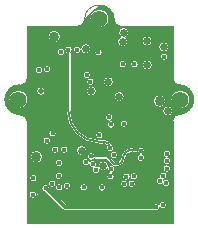
<source format=gbr>
G04 EasyPC Gerber Version 21.0.3 Build 4286 *
G04 #@! TF.Part,Single*
G04 #@! TF.FileFunction,Copper,L5,Inr *
G04 #@! TF.FilePolarity,Positive *
%FSLAX35Y35*%
%MOIN*%
%ADD10C,0.00001*%
%ADD18C,0.00600*%
%ADD70C,0.01200*%
G04 #@! TA.AperFunction,ViaPad*
%ADD12C,0.01700*%
%ADD14C,0.02000*%
%ADD13C,0.02600*%
%ADD15C,0.03400*%
G04 #@! TA.AperFunction,WasherPad*
%ADD11C,0.05500*%
X0Y0D02*
D02*
D10*
X63284Y41250D02*
G75*
G03X58284Y46250I-5000D01*
G01*
G75*
G02X56284Y48250J2000*
G01*
Y65750*
X38784*
G75*
G02X36784Y67750J2000*
G01*
G75*
G03X26784I-5000*
G01*
G75*
G02X24784Y65750I-2000*
G01*
X7784*
Y48250*
G75*
G02X5784Y46250I-2000*
G01*
X5284*
G75*
G03X250Y41216J-5034*
G01*
Y41216*
Y41215*
G75*
G03X5284Y36181I5034*
G01*
X5353*
G75*
G02X7784Y33750J-2431*
G01*
Y250*
X56284*
Y34250*
G75*
G02X58284Y36250I2000*
G01*
G75*
G03X63284Y41250J5000*
G01*
X42234Y53050D02*
G75*
G02X44734I1250D01*
G01*
G75*
G02X42234I-1250*
G01*
X45984Y60750D02*
G75*
G02X49384I1700D01*
G01*
G75*
G02X45984I-1700*
G01*
X46084Y52750D02*
G75*
G02X49484I1700D01*
G01*
G75*
G02X46084I-1700*
G01*
X49784Y40750D02*
G75*
G02X53984I2100D01*
G01*
G75*
G02X49784I-2100*
G01*
X53101Y14335D02*
G75*
G02X55234Y13450I883J-885D01*
G01*
G75*
G02X52767Y13165I-1250*
G01*
G75*
G02X50634Y14050I-883J885*
G01*
G75*
G02X51963Y15298I1250*
G01*
G75*
G02X51834Y15850I1121J552*
G01*
G75*
G02X54334I1250*
G01*
G75*
G02X53006Y14602I-1250*
G01*
G75*
G02X53101Y14335I-1120J-552*
G01*
X52884Y37450D02*
G75*
G02X56284I1700D01*
G01*
G75*
G02X52884I-1700*
G01*
X54284Y19500D02*
G75*
G02X55534Y18250J-1250D01*
G01*
G75*
G02X53034I-1250*
G01*
G75*
G02X54284Y19500I1250*
G01*
X53034Y23189D02*
G75*
G02X55534I1250D01*
G01*
G75*
G02X54559Y21969I-1250*
G01*
G75*
G02X55534Y20750I-275J-1219*
G01*
G75*
G02X54284Y19500I-1250*
G01*
G75*
G02X53034Y20750J1250*
G01*
G75*
G02X54009Y21969I1250*
G01*
G75*
G02X53034Y23189I275J1219*
G01*
X51584Y58750D02*
G75*
G02X54984I1700D01*
G01*
G75*
G02X51584I-1700*
G01*
X52134Y55550D02*
G75*
G02X54634I1250D01*
G01*
G75*
G02X52134I-1250*
G01*
X55634Y41250D02*
G75*
G02X61934I3150D01*
G01*
G75*
G02X55634I-3150*
G01*
X38184Y63550D02*
G75*
G02X41584I1700D01*
G01*
G75*
G02X40516Y61972I-1700*
G01*
G75*
G02X41284Y60550I-932J-1422*
G01*
G75*
G02X37884I-1700*
G01*
G75*
G02X38952Y62128I1700*
G01*
G75*
G02X38184Y63550I932J1422*
G01*
X38334Y53050D02*
G75*
G02X40834I1250D01*
G01*
G75*
G02X38334I-1250*
G01*
X38758Y45050D02*
G75*
G03X39384Y44424I827J201D01*
G01*
Y44016*
G75*
G02X38350Y45050I200J1234*
G01*
X38758*
X38350Y45450D02*
G75*
G02X39384Y46484I1234J-200D01*
G01*
Y46076*
G75*
G03X38758Y45450I201J-827*
G01*
X38350*
X40410Y45050D02*
X40818D01*
G75*
G02X39784Y44016I-1234J200*
G01*
Y44424*
G75*
G03X40410Y45050I-201J827*
G01*
X39784Y46484D02*
G75*
G02X40818Y45450I-200J-1234D01*
G01*
X40410*
G75*
G03X39784Y46076I-827J-201*
G01*
Y46484*
X28634Y68250D02*
G75*
G02X34934I3150D01*
G01*
G75*
G02X28634I-3150*
G01*
X30234Y56950D02*
G75*
G02X32734I1250D01*
G01*
G75*
G02X30234I-1250*
G01*
X33084Y47139D02*
G75*
G02X36484I1700D01*
G01*
G75*
G02X33084I-1700*
G01*
X35619Y34198D02*
G75*
G02X36934Y32950I65J-1248D01*
G01*
G75*
G02X34434I-1250*
G01*
G75*
G02X35149Y34080I1250*
G01*
G75*
G02X33834Y35328I-65J1248*
G01*
G75*
G02X36334I1250*
G01*
G75*
G02X35619Y34198I-1250*
G01*
X36684Y42250D02*
G75*
G02X40084I1700D01*
G01*
G75*
G02X36684I-1700*
G01*
X38734Y33250D02*
G75*
G02X41234I1250D01*
G01*
G75*
G02X38734I-1250*
G01*
X44834Y25250D02*
G75*
G02X46834Y24250I750J-1000D01*
G01*
G75*
G02X45934Y23050I-1250*
G01*
G75*
G02X46834Y21850I-350J-1200*
G01*
G75*
G02X44334I-1250*
G01*
G75*
G02X45234Y23050I1250*
G01*
G75*
G02X44400Y23850I350J1200*
G01*
X42884*
G75*
G03X40284Y21250J-2600*
G01*
Y21250*
G75*
G02X38084Y19050I-2200*
G01*
X36724*
G75*
G02X36459Y19102I-1J699*
G01*
G75*
G02X37034Y18050I-675J-1052*
G01*
G75*
G02X35948Y16811I-1250*
G01*
G75*
G02X36734Y15650I-464J-1161*
G01*
G75*
G02X34234I-1250*
G01*
G75*
G02X35320Y16889I1250*
G01*
G75*
G02X34534Y18050I464J1161*
G01*
G75*
G02X34561Y18308I1250J1*
G01*
G75*
G02X31924Y17907I-1477J842*
G01*
G75*
G02X31934Y17750I-1239J-157*
G01*
G75*
G02X29434I-1250*
G01*
G75*
G02X29687Y18504I1250*
G01*
G75*
G02X28337Y19675I-103J1246*
G01*
G75*
G02X26034Y20350I-1052J675*
G01*
G75*
G02X28532Y20425I1250*
G01*
G75*
G02X30834Y19750I1052J-675*
G01*
G75*
G02X30581Y18996I-1250*
G01*
G75*
G02X31431Y18752I103J-1246*
G01*
G75*
G02X31384Y19150I1653J398*
G01*
G75*
G02X34784I1700*
G01*
G75*
G02X34729Y18720I-1700J-1*
G01*
G75*
G02X36317Y19181I1055J-670*
G01*
G75*
G02X36230Y19255I407J567*
G01*
X33894Y21590*
X30120*
G75*
G02X27834Y22290I-1035J700*
G01*
G75*
G02X30120Y22990I1250*
G01*
X34184*
G75*
G02X34679Y22785I0J-698*
G01*
X37014Y20450*
X38084*
G75*
G03X38884Y21250J800*
G01*
Y21250*
G75*
G02X42884Y25250I4000*
G01*
X44834*
X42034Y15650D02*
G75*
G02X44534I1250D01*
G01*
G75*
G02X42034I-1250*
G01*
X40434Y14350D02*
G75*
G02X41334Y13150I-350J-1200D01*
G01*
G75*
G02X38834I-1250*
G01*
G75*
G02X40434Y14350I1250*
G01*
X39534Y15550D02*
G75*
G02X42034I1250D01*
G01*
G75*
G02X40434Y14350I-1250*
G01*
G75*
G02X39534Y15550I350J1200*
G01*
X41334Y13150D02*
G75*
G02X43834I1250D01*
G01*
G75*
G02X41334I-1250*
G01*
X31434Y11950D02*
G75*
G02X33934I1250D01*
G01*
G75*
G02X31434I-1250*
G01*
X10831Y9633D02*
G75*
G02X11784Y10384I1153J-483D01*
G01*
Y9976*
G75*
G03X11158Y9350I201J-827*
G01*
X10818*
G75*
G02X8334Y9550I-1234J200*
G01*
G75*
G02X10831Y9633I1250*
G01*
X11158Y8950D02*
G75*
G03X11784Y8324I827J201D01*
G01*
Y7916*
G75*
G02X10750Y8950I200J1234*
G01*
X11158*
X8534Y15050D02*
G75*
G02X11034I1250D01*
G01*
G75*
G02X8534I-1250*
G01*
X8684Y22150D02*
G75*
G02X12884I2100D01*
G01*
G75*
G02X8684I-2100*
G01*
X12810Y8950D02*
X13218D01*
G75*
G02X12184Y7916I-1234J200*
G01*
Y8324*
G75*
G03X12810Y8950I-201J827*
G01*
X12184Y10384D02*
G75*
G02X13218Y9350I-200J-1234D01*
G01*
X12810*
G75*
G03X12184Y9976I-827J-201*
G01*
Y10384*
X51639Y6157D02*
G75*
G02X54134Y6050I1245J-107D01*
G01*
G75*
G02X51930Y5243I-1250*
G01*
G75*
G02X49934Y4350I-1245J107*
G01*
X20184*
G75*
G02X19477Y4643I-1J998*
G01*
X13707Y10413*
G75*
G02X12634Y11650I177J1237*
G01*
G75*
G02X15122Y11827I1250*
G01*
X20598Y6350*
X49934*
G75*
G02X51639Y6157I750J-1000*
G01*
X10434Y51150D02*
G75*
G02X12934I1250D01*
G01*
G75*
G02X10434I-1250*
G01*
X10884Y44050D02*
G75*
G02X13684I1400D01*
G01*
G75*
G02X10884I-1400*
G01*
X13034Y27550D02*
G75*
G02X15534I1250D01*
G01*
G75*
G02X13034I-1250*
G01*
X14834Y13250D02*
G75*
G02X17334I1250D01*
G01*
G75*
G02X14834I-1250*
G01*
X17134Y11950D02*
G75*
G02X19634I1250D01*
G01*
G75*
G02X17134I-1250*
G01*
X13134Y51350D02*
G75*
G02X15634I1250D01*
G01*
G75*
G02X13134I-1250*
G01*
X14934Y29950D02*
G75*
G02X17434I1250D01*
G01*
G75*
G02X14934I-1250*
G01*
X15834Y24550D02*
G75*
G02X18334I1250D01*
G01*
G75*
G02X15834I-1250*
G01*
X17034Y15850D02*
G75*
G02X19534I1250D01*
G01*
G75*
G02X17034I-1250*
G01*
X17134Y20150D02*
G75*
G02X19634I1250D01*
G01*
G75*
G02X17134I-1250*
G01*
X14684Y62250D02*
G75*
G02X18884I2100D01*
G01*
G75*
G02X14684I-2100*
G01*
X17734Y57050D02*
G75*
G02X20234I1250D01*
G01*
G75*
G02X17734I-1250*
G01*
X18834Y24550D02*
G75*
G02X21334I1250D01*
G01*
G75*
G02X18834I-1250*
G01*
X19734Y12550D02*
G75*
G02X22234I1250D01*
G01*
G75*
G02X19734I-1250*
G01*
X35829Y26318D02*
G75*
G02X36634Y25150I-444J-1169D01*
G01*
G75*
G02X34134I-1250*
G01*
G75*
G02X34429Y25956I1250*
G01*
G75*
G03X33284Y26550I-1145J-807*
G01*
X31584*
G75*
G02X20784Y37350J10800*
G01*
Y56815*
G75*
G02X20234Y57850I700J1035*
G01*
G75*
G02X22734I1250*
G01*
G75*
G02X22184Y56815I-1250*
G01*
Y37350*
G75*
G03X31584Y27950I9400*
G01*
X33284*
G75*
G02X35829Y26318J-2800*
G01*
X35334Y22750D02*
G75*
G02X37834I1250D01*
G01*
G75*
G02X35334I-1250*
G01*
X24162Y24250D02*
G75*
G02X27562I1700D01*
G01*
G75*
G02X24162I-1700*
G01*
X25334Y11950D02*
G75*
G02X27834I1250D01*
G01*
G75*
G02X25334I-1250*
G01*
X25585Y58198D02*
G75*
G02X28984Y58150I1699J-48D01*
G01*
G75*
G02X25631Y57756I-1700*
G01*
G75*
G02X23134Y57850I-1246J94*
G01*
G75*
G02X25585Y58198I1250*
G01*
X26334Y49450D02*
G75*
G02X28834I1250D01*
G01*
G75*
G02X26334I-1250*
G01*
X27384Y44050D02*
G75*
G02X30784I1700D01*
G01*
G75*
G02X27384I-1700*
G01*
X30534Y29350D02*
G75*
G02X33034I1250D01*
G01*
G75*
G02X30534I-1250*
G01*
X27534Y47139D02*
G75*
G02X30034I1250D01*
G01*
G75*
G02X27534I-1250*
G01*
X1634Y41250D02*
G75*
G02X7934I3150D01*
G01*
G75*
G02X1634I-3150*
G01*
X56284Y8433D02*
G36*
X18515D01*
X20598Y6350*
X49934*
G75*
G02X51639Y6157I750J-1000*
G01*
G75*
G02X54134Y6050I1245J-107*
G01*
G75*
G02X51930Y5243I-1250*
G01*
G75*
G02X49934Y4350I-1245J107*
G01*
X20184*
G75*
G02X19477Y4643I-1J998*
G01*
X15687Y8433*
X13008*
G75*
G02X12184Y7916I-1024J717*
G01*
Y8324*
G75*
G03X12440Y8433I-201J827*
G01*
X11528*
G75*
G03X11784Y8324I457J718*
G01*
Y7916*
G75*
G02X10960Y8433I200J1234*
G01*
X10146*
G75*
G02X9023I-561J1117*
G01*
X7784*
Y250*
X56284*
Y8433*
G37*
Y9550D02*
G36*
X17398D01*
X18515Y8433*
X56284*
Y9550*
G37*
X8334D02*
G36*
X7784D01*
Y8433*
X9023*
G75*
G02X8334Y9550I561J1117*
G01*
G37*
X15687Y8433D02*
G36*
X14570Y9550D01*
X13169*
G75*
G02X13218Y9350I-1184J-400*
G01*
X12810*
G75*
G03X12734Y9550I-827J-201*
G01*
X11235*
G75*
G03X11158Y9350I751J-401*
G01*
X10818*
G75*
G02X10146Y8433I-1234J200*
G01*
X10960*
G75*
G02X10750Y8950I1024J717*
G01*
X11158*
G75*
G03X11528Y8433I827J201*
G01*
X12440*
G75*
G03X12810Y8950I-457J718*
G01*
X13218*
G75*
G02X13008Y8433I-1234J200*
G01*
X15687*
G37*
X56284Y13150D02*
G36*
X55198D01*
G75*
G02X52771I-1213J300*
G01*
X52752*
G75*
G02X51017I-868J900*
G01*
X43834*
G75*
G02X41334I-1250*
G01*
G75*
G02X38834I-1250*
G01*
X33034*
G75*
G02X33934Y11950I-350J-1200*
G01*
G75*
G02X31434I-1250*
G01*
G75*
G02X32334Y13150I1250*
G01*
X26934*
G75*
G02X27834Y11950I-350J-1200*
G01*
G75*
G02X25334I-1250*
G01*
G75*
G02X26234Y13150I1250*
G01*
X22081*
G75*
G02X22234Y12550I-1096J-600*
G01*
G75*
G02X19734I-1250*
G01*
G75*
G02X19888Y13150I1250J0*
G01*
X18734*
G75*
G02X19634Y11950I-350J-1200*
G01*
G75*
G02X17134I-1250*
G01*
G75*
G02X18034Y13150I1250*
G01*
X17330*
G75*
G02X14838I-1246J100*
G01*
X7784*
Y9550*
X8334*
G75*
G02X10831Y9633I1250*
G01*
G75*
G02X11784Y10384I1152J-482*
G01*
Y9976*
G75*
G03X11235Y9550I201J-827*
G01*
X12734*
G75*
G03X12184Y9976I-751J-401*
G01*
Y10384*
G75*
G02X13169Y9550I-200J-1234*
G01*
X14570*
X13707Y10413*
G75*
G02X12634Y11650I177J1237*
G01*
G75*
G02X15122Y11827I1250*
G01*
X17398Y9550*
X56284*
Y13150*
G37*
X50788Y14650D02*
G36*
X44034D01*
G75*
G02X42534I-750J1000*
G01*
X41652*
G75*
G02X40434Y14350I-867J900*
G01*
G75*
G02X39917Y14650I350J1200*
G01*
X36234*
G75*
G02X34734I-750J1000*
G01*
X18634*
G75*
G02X17934I-350J1200*
G01*
X10969*
G75*
G02X8600I-1184J400*
G01*
X7784*
Y13150*
X14838*
G75*
G02X14834Y13250I1246J99*
G01*
G75*
G02X17334I1250*
G01*
G75*
G02X17330Y13150I-1250J-1*
G01*
X18034*
G75*
G02X18734I350J-1200*
G01*
X19888*
G75*
G02X22081I1096J-600*
G01*
X26234*
G75*
G02X26934I350J-1200*
G01*
X32334*
G75*
G02X33034I350J-1200*
G01*
X38834*
G75*
G02X40434Y14350I1250*
G01*
G75*
G02X41334Y13150I-350J-1200*
G01*
G75*
G02X43834I1250*
G01*
X51017*
G75*
G02X50634Y14050I868J900*
G01*
G75*
G02X50788Y14650I1250J0*
G01*
G37*
X53633D02*
G36*
X53435D01*
G75*
G02X53006Y14602I-350J1200*
G01*
G75*
G02X53101Y14335I-1121J-552*
G01*
G75*
G02X53633Y14650I883J-885*
G01*
G37*
X52771Y13150D02*
G36*
G75*
G02X52767Y13165I1214J295D01*
G01*
G75*
G02X52752Y13150I-883J891*
G01*
X52771*
G37*
X56284Y14650D02*
G36*
X54335D01*
G75*
G02X55234Y13450I-351J-1200*
G01*
G75*
G02X55198Y13150I-1250J0*
G01*
X56284*
Y14650*
G37*
Y18250D02*
G36*
X55534D01*
G75*
G02X53034I-1250*
G01*
X37018*
G75*
G02X37034Y18050I-1233J-200*
G01*
Y18050*
Y18050*
G75*
G02X35948Y16811I-1250*
G01*
G75*
G02X36734Y15650I-463J-1161*
G01*
G75*
G02X36234Y14650I-1250*
G01*
X39917*
G75*
G02X39534Y15550I867J900*
G01*
G75*
G02X42034I1250*
G01*
G75*
G02X41652Y14650I-1250*
G01*
X42534*
G75*
G02X42034Y15650I750J1000*
G01*
G75*
G02X44534I1250*
G01*
G75*
G02X44034Y14650I-1250*
G01*
X50788*
G75*
G02X51963Y15298I1096J-600*
G01*
G75*
G02X51834Y15850I1124J553*
G01*
G75*
G02X54334I1250*
G01*
G75*
G02X53435Y14650I-1250*
G01*
X53633*
G75*
G02X54335I351J-1200*
G01*
X56284*
Y18250*
G37*
X34550D02*
G36*
X34526D01*
G75*
G02X31924Y17907I-1442J900*
G01*
G75*
G02X31934Y17753I-1198J-154*
G01*
G75*
G02Y17750I-1203J-2*
G01*
G75*
G02X29434I-1250*
G01*
Y17750*
G75*
G02X29539Y18250I1249*
G01*
X7784*
Y14650*
X8600*
G75*
G02X8534Y15050I1184J400*
G01*
G75*
G02X11034I1250*
G01*
G75*
G02X10969Y14650I-1250*
G01*
X17934*
G75*
G02X17034Y15850I350J1200*
G01*
G75*
G02X19534I1250*
G01*
G75*
G02X18634Y14650I-1250*
G01*
X34734*
G75*
G02X34234Y15650I750J1000*
G01*
Y15650*
G75*
G02X35320Y16889I1250*
G01*
G75*
G02X34534Y18050I463J1161*
G01*
Y18050*
G75*
G02X34550Y18250I1255J-1*
G01*
G37*
X56284Y20150D02*
G36*
X55381D01*
G75*
G02X54284Y19500I-1096J600*
G01*
G75*
G02X53188Y20150J1250*
G01*
X39990*
G75*
G02X38084Y19050I-1905J1100*
G01*
X36724*
G75*
G02X36459Y19102I-1J699*
G01*
G75*
G02X37018Y18250I-674J-1052*
G01*
X53034*
G75*
G02X54284Y19500I1250*
G01*
G75*
G02X55534Y18250J-1250*
G01*
X56284*
Y20150*
G37*
X31709D02*
G36*
X30769D01*
G75*
G02X30834Y19750I-1184J-400*
G01*
Y19750*
G75*
G02X30581Y18996I-1249*
G01*
G75*
G02X31431Y18752I104J-1245*
G01*
G75*
G02X31384Y19149I1647J397*
G01*
G75*
G02Y19150I2051J0*
G01*
G75*
G02X31709Y20150I1700*
G01*
G37*
X29539Y18250D02*
G36*
G75*
G02X29687Y18504I1145J-499D01*
G01*
G75*
G02X28337Y19675I-103J1246*
G01*
G75*
G02X26050Y20150I-1052J675*
G01*
X19634*
G75*
G02X17134I-1250*
G01*
X11424*
G75*
G02X10144I-640J2000*
G01*
X7784*
Y18250*
X29539*
G37*
X34550D02*
G36*
G75*
G02X34561Y18308I1238J-196D01*
G01*
G75*
G02X34526Y18250I-1477J839*
G01*
X34550*
G37*
X35335Y20150D02*
G36*
X34459D01*
G75*
G02X34784Y19150I-1375J-1000*
G01*
Y19150*
G75*
G02X34729Y18720I-1701*
G01*
G75*
G02X36317Y19181I1055J-670*
G01*
G75*
G02X36230Y19255I406J565*
G01*
X35335Y20150*
G37*
X8692Y21969D02*
G36*
X7784D01*
Y20150*
X10144*
G75*
G02X8692Y21969I640J2000*
G01*
G37*
X35335Y20150D02*
G36*
X33894Y21590D01*
X30120*
G75*
G02X27876Y21969I-1035J700*
G01*
X12876*
G75*
G02X11424Y20150I-2092J181*
G01*
X17134*
G75*
G02X19634I1250*
G01*
X26050*
G75*
G02X26034Y20350I1234J200*
G01*
G75*
G02X28532Y20425I1250*
G01*
G75*
G02X30769Y20150I1052J-675*
G01*
X31709*
G75*
G02X34459I1375J-1000*
G01*
X35335*
G37*
X38949Y21969D02*
G36*
X37561D01*
G75*
G02X35608I-976J781*
G01*
X35495*
X37014Y20450*
X38084*
G75*
G03X38884Y21250J800*
G01*
Y21250*
Y21250*
G75*
G02X38949Y21969I4000J1*
G01*
G37*
X53188Y20150D02*
G36*
G75*
G02X53034Y20750I1096J600D01*
G01*
G75*
G02X54009Y21969I1250J0*
G01*
X46829*
G75*
G02X46834Y21850I-1244J-117*
G01*
G75*
G02X44334I-1250*
G01*
G75*
G02X44340Y21969I1250J2*
G01*
X40386*
G75*
G03X40284Y21250I2499J-720*
G01*
Y21250*
Y21250*
G75*
G02X39990Y20150I-2200J0*
G01*
X53188*
G37*
X56284Y21969D02*
G36*
X54559D01*
G75*
G02X55534Y20750I-275J-1219*
G01*
Y20750*
G75*
G02X55381Y20150I-1250J0*
G01*
X56284*
Y21969*
G37*
X40624Y24550D02*
G36*
X36481D01*
G75*
G02X34288I-1096J600*
G01*
X27535*
G75*
G02X27562Y24250I-1673J-300*
G01*
G75*
G02X24162I-1700*
G01*
G75*
G02X24189Y24550I1700J0*
G01*
X21334*
G75*
G02X18834I-1250*
G01*
X18334*
G75*
G02X15834I-1250*
G01*
X7784*
Y21969*
X8692*
G75*
G02X8684Y22150I2093J182*
G01*
G75*
G02X12884I2100*
G01*
G75*
G02X12876Y21969I-2100J1*
G01*
X27876*
G75*
G02X27834Y22290I1207J320*
G01*
Y22290*
Y22291*
G75*
G02X30120Y22990I1250*
G01*
X34184*
G75*
G02X34679Y22785I0J-698*
G01*
X35495Y21969*
X35608*
G75*
G02X35334Y22750I976J780*
G01*
G75*
G02X37834I1250*
G01*
G75*
G02X37561Y21969I-1250J0*
G01*
X38949*
G75*
G02X40624Y24550I3935J-719*
G01*
G37*
X44340Y21969D02*
G36*
G75*
G02X45234Y23050I1244J-119D01*
G01*
G75*
G02X44400Y23850I350J1200*
G01*
X42884*
G75*
G03X40386Y21969I0J-2600*
G01*
X44340*
G37*
X56284Y24550D02*
G36*
X46798D01*
G75*
G02X46834Y24250I-1214J-300*
G01*
G75*
G02X45934Y23050I-1250*
G01*
G75*
G02X46829Y21969I-350J-1200*
G01*
X54009*
G75*
G02X53034Y23188I275J1219*
G01*
Y23189*
G75*
G02X55534I1250*
G01*
G75*
G02X54559Y21969I-1250J0*
G01*
X56284*
Y24550*
G37*
Y27550D02*
G36*
X34726D01*
G75*
G02X35829Y26318I-1442J-2400*
G01*
G75*
G02X36634Y25150I-444J-1168*
G01*
G75*
G02X36481Y24550I-1250J0*
G01*
X40624*
G75*
G02X42884Y25250I2260J-3300*
G01*
X44834*
G75*
G02X46798Y24550I750J-1000*
G01*
X56284*
Y27550*
G37*
X34288Y24550D02*
G36*
G75*
G02X34134Y25150I1096J600D01*
G01*
G75*
G02X34429Y25956I1250*
G01*
G75*
G03X33284Y26550I-1144J-806*
G01*
X31584*
G75*
G02X27046Y27550I1J10800*
G01*
X15534*
G75*
G02X13034I-1250*
G01*
X7784*
Y24550*
X15834*
G75*
G02X18334I1250*
G01*
X18834*
G75*
G02X21334I1250*
G01*
X24189*
G75*
G02X27535I1673J-300*
G01*
X34288*
G37*
X56284Y29950D02*
G36*
X32881D01*
G75*
G02X33034Y29350I-1096J-600*
G01*
G75*
G02X30534I-1250*
G01*
G75*
G02X30688Y29950I1250J0*
G01*
X25787*
G75*
G03X31584Y27950I5796J7400*
G01*
X33284*
G75*
G02X34726Y27550I0J-2799*
G01*
X56284*
Y29950*
G37*
X27046Y27550D02*
G36*
G75*
G02X23718Y29950I4539J9801D01*
G01*
X17434*
G75*
G02X14934I-1250*
G01*
X7784*
Y27550*
X13034*
G75*
G02X15534I1250*
G01*
X27046*
G37*
X23718Y29950D02*
G36*
G75*
G02X21273Y34139I7867J7400D01*
G01*
X7753*
G75*
G02X7784Y33750I-2400J-390*
G01*
Y29950*
X14934*
G75*
G02X17434I1250*
G01*
X23718*
G37*
X56284Y34139D02*
G36*
X40863D01*
G75*
G02X41234Y33250I-879J-889*
G01*
G75*
G02X38734I-1250*
G01*
G75*
G02X39106Y34139I1250*
G01*
X36070*
G75*
G02X36934Y32950I-386J-1189*
G01*
G75*
G02X34434I-1250*
G01*
Y32950*
G75*
G02X35149Y34080I1249*
G01*
G75*
G02X34698Y34139I-65J1248*
G01*
X22750*
G75*
G03X25787Y29950I8835J3211*
G01*
X30688*
G75*
G02X32881I1096J-600*
G01*
X56284*
Y34139*
G37*
X21273D02*
G36*
G75*
G02X20784Y37350I10313J3212D01*
G01*
Y37450*
X1943*
G75*
G03X5284Y36181I3341J3765*
G01*
X5353*
G75*
G02X7753Y34139I0J-2431*
G01*
X21273*
G37*
X61534Y37450D02*
G36*
X56284D01*
G75*
G02X52884I-1700*
G01*
X22184*
Y37350*
G75*
G03X22750Y34139I9400*
G01*
X34698*
G75*
G02X33834Y35328I386J1189*
G01*
G75*
G02X36334I1250*
G01*
Y35328*
G75*
G02X35619Y34198I-1249*
G01*
G75*
G02X36070Y34139I65J-1248*
G01*
X39106*
G75*
G02X40863I879J-889*
G01*
X56284*
Y34250*
G75*
G02X58284Y36250I2000*
G01*
G75*
G03X61534Y37450I0J5000*
G01*
G37*
X20784Y40750D02*
G36*
X7894D01*
G75*
G02X1674I-3110J500*
G01*
X272*
G75*
G03X1943Y37450I5012J465*
G01*
X20784*
Y40750*
G37*
X63259D02*
G36*
X61894D01*
G75*
G02X55674I-3110J500*
G01*
X53984*
G75*
G02X49784I-2100*
G01*
X39184*
G75*
G02X37584I-800J1500*
G01*
X22184*
Y37450*
X52884*
G75*
G02X56284I1700*
G01*
X61534*
G75*
G03X63259Y40750I-3250J3799*
G01*
G37*
X20784Y44533D02*
G36*
X13598D01*
G75*
G02X13684Y44050I-1314J-483*
G01*
G75*
G02X10884I-1400*
G01*
G75*
G02X10970Y44533I1400J0*
G01*
X1498*
G75*
G03X250Y41216I3787J-3318*
G01*
Y41216*
Y41215*
Y41214*
G75*
G03X272Y40750I5034J2*
G01*
X1674*
G75*
G02X1634Y41250I3110J499*
G01*
G75*
G02X7934I3150*
G01*
G75*
G02X7894Y40750I-3150J-1*
G01*
X20784*
Y44533*
G37*
X62056D02*
G36*
X40608D01*
G75*
G02X39784Y44016I-1024J717*
G01*
Y44424*
G75*
G03X40040Y44533I-201J827*
G01*
X39128*
G75*
G03X39384Y44424I457J718*
G01*
Y44016*
G75*
G02X38560Y44533I200J1234*
G01*
X30714*
G75*
G02X30784Y44050I-1630J-483*
G01*
G75*
G02X27384I-1700*
G01*
G75*
G02X27454Y44533I1700*
G01*
X22184*
Y40750*
X37584*
G75*
G02X36684Y42250I800J1500*
G01*
G75*
G02X40084I1700*
G01*
G75*
G02X39184Y40750I-1700*
G01*
X49784*
G75*
G02X53984I2100*
G01*
X55674*
G75*
G02X55634Y41250I3110J499*
G01*
G75*
G02X61934I3150*
G01*
G75*
G02X61894Y40750I-3150J-1*
G01*
X63259*
G75*
G03X63284Y41249I-4973J501*
G01*
Y41250*
Y41251*
G75*
G03X62056Y44533I-5000J0*
G01*
G37*
X20784Y45967D02*
G36*
X3620D01*
G75*
G03X1498Y44533I1665J-4752*
G01*
X10970*
G75*
G02X13598I1314J-483*
G01*
X20784*
Y45967*
G37*
X59943D02*
G36*
X40608D01*
G75*
G02X40818Y45450I-1024J-717*
G01*
X40410*
G75*
G03X40040Y45967I-827J-201*
G01*
X39128*
G75*
G03X38758Y45450I457J-718*
G01*
X38350*
G75*
G02X38560Y45967I1234J-200*
G01*
X36016*
G75*
G02X33553I-1231J1172*
G01*
X29219*
G75*
G02X28350I-435J1172*
G01*
X22184*
Y44533*
X27454*
G75*
G02X30714I1630J-483*
G01*
X38560*
G75*
G02X38350Y45050I1024J717*
G01*
X38758*
G75*
G03X39128Y44533I827J201*
G01*
X40040*
G75*
G03X40410Y45050I-457J718*
G01*
X40818*
G75*
G02X40608Y44533I-1234J200*
G01*
X62056*
G75*
G03X59943Y45967I-3771J-3283*
G01*
G37*
X20784Y49450D02*
G36*
X7784D01*
Y48250*
G75*
G02X5784Y46250I-2000*
G01*
X5284*
G75*
G03X3620Y45967I0J-5035*
G01*
X20784*
Y49450*
G37*
X56284D02*
G36*
X28834D01*
G75*
G02X26334I-1250*
G01*
X22184*
Y45967*
X28350*
G75*
G02X27534Y47139I435J1172*
G01*
G75*
G02X30034I1250*
G01*
G75*
G02X29219Y45967I-1250*
G01*
X33553*
G75*
G02X33084Y47139I1231J1172*
G01*
G75*
G02X36484I1700*
G01*
G75*
G02X36016Y45967I-1700*
G01*
X38560*
G75*
G02X39384Y46484I1024J-717*
G01*
Y46076*
G75*
G03X39128Y45967I201J-827*
G01*
X40040*
G75*
G03X39784Y46076I-457J-718*
G01*
Y46484*
G75*
G02X40608Y45967I-200J-1234*
G01*
X59943*
G75*
G03X58284Y46250I-1658J-4717*
G01*
G75*
G02X56284Y48250J2000*
G01*
Y49450*
G37*
Y51150D02*
G36*
X48359D01*
G75*
G02X47210I-574J1600*
G01*
X22184*
Y49450*
X26334*
G75*
G02X28834I1250*
G01*
X56284*
Y51150*
G37*
X20784D02*
G36*
X15618D01*
G75*
G02X13150I-1234J200*
G01*
X12934*
G75*
G02X10434I-1250*
G01*
X7784*
Y49450*
X20784*
Y51150*
G37*
Y53050D02*
G36*
X7784D01*
Y51150*
X10434*
G75*
G02X12934I1250*
G01*
X13150*
G75*
G02X13134Y51350I1234J200*
G01*
G75*
G02X15634I1250*
G01*
G75*
G02X15618Y51150I-1250J0*
G01*
X20784*
Y53050*
G37*
X46111D02*
G36*
X44734D01*
G75*
G02X42234I-1250*
G01*
X40834*
G75*
G02X38334I-1250*
G01*
X22184*
Y51150*
X47210*
G75*
G02X46084Y52750I574J1600*
G01*
G75*
G02X46111Y53050I1700J0*
G01*
G37*
X56284D02*
G36*
X49457D01*
G75*
G02X49484Y52750I-1673J-300*
G01*
G75*
G02X48359Y51150I-1700*
G01*
X56284*
Y53050*
G37*
Y55550D02*
G36*
X54634D01*
G75*
G02X52134I-1250*
G01*
X22184*
Y53050*
X38334*
G75*
G02X40834I1250*
G01*
X42234*
G75*
G02X44734I1250*
G01*
X46111*
G75*
G02X49457I1673J-300*
G01*
X56284*
Y55550*
G37*
X20784D02*
G36*
X7784D01*
Y53050*
X20784*
Y55550*
G37*
X56284Y56950D02*
G36*
X32734D01*
G75*
G02X30234I-1250*
G01*
X28488*
G75*
G02X26080I-1204J1200*
G01*
X25252*
G75*
G02X23517I-868J900*
G01*
X22352*
G75*
G02X22184Y56815I-867J900*
G01*
Y55550*
X52134*
G75*
G02X54634I1250*
G01*
X56284*
Y56950*
G37*
X20617D02*
G36*
X20230D01*
G75*
G02X17738I-1246J100*
G01*
X7784*
Y55550*
X20784*
Y56815*
G75*
G02X20617Y56950I700J1036*
G01*
G37*
X56284Y58750D02*
G36*
X54984D01*
G75*
G02X51584I-1700*
G01*
X28875*
G75*
G02X28984Y58150I-1591J-600*
G01*
G75*
G02X28488Y56950I-1700J0*
G01*
X30234*
G75*
G02X32734I1250*
G01*
X56284*
Y58750*
G37*
X20617D02*
G36*
X7784D01*
Y56950*
X17738*
G75*
G02X17734Y57050I1246J99*
G01*
G75*
G02X20234I1250*
G01*
G75*
G02X20230Y56950I-1250J-1*
G01*
X20617*
G75*
G02X20234Y57850I867J900*
G01*
G75*
G02X20617Y58750I1250*
G01*
G37*
X23517D02*
G36*
X22352D01*
G75*
G02X22734Y57850I-867J-900*
G01*
G75*
G02X22352Y56950I-1250*
G01*
X23517*
G75*
G02X23134Y57850I868J900*
G01*
G75*
G02X23517Y58750I1250*
G01*
G37*
X26080Y56950D02*
G36*
G75*
G02X25631Y57756I1204J1200D01*
G01*
G75*
G02X25252Y56950I-1246J94*
G01*
X26080*
G37*
X25694Y58750D02*
G36*
X25252D01*
G75*
G02X25585Y58198I-868J-900*
G01*
G75*
G02X25694Y58750I1699J-47*
G01*
G37*
X56284Y60750D02*
G36*
X49384D01*
G75*
G02X45984I-1700*
G01*
X41272*
G75*
G02X41284Y60550I-1688J-200*
G01*
G75*
G02X37884I-1700*
G01*
G75*
G02X37896Y60750I1701*
G01*
X18254*
G75*
G02X15315I-1470J1500*
G01*
X7784*
Y58750*
X20617*
G75*
G02X22352I867J-900*
G01*
X23517*
G75*
G02X25252I868J-900*
G01*
X25694*
G75*
G02X28875I1591J-600*
G01*
X51584*
G75*
G02X54984I1700*
G01*
X56284*
Y60750*
G37*
X36759Y68250D02*
G36*
X34934D01*
G75*
G02X28634I-3150*
G01*
X26809*
G75*
G03X26784Y67750I4975J-501*
G01*
G75*
G02X24784Y65750I-2000*
G01*
X7784*
Y60750*
X15315*
G75*
G02X14684Y62250I1470J1500*
G01*
G75*
G02X18884I2100*
G01*
G75*
G02X18254Y60750I-2100*
G01*
X37896*
G75*
G02X38952Y62128I1689J-200*
G01*
G75*
G02X38184Y63550I932J1422*
G01*
G75*
G02X41584I1700*
G01*
G75*
G02X40516Y61972I-1701J0*
G01*
G75*
G02X41272Y60750I-932J-1422*
G01*
X45984*
G75*
G02X49384I1700*
G01*
X56284*
Y65750*
X38784*
G75*
G02X36784Y67750J2000*
G01*
G75*
G03X36759Y68250I-5000J-1*
G01*
G37*
X31784Y72750D02*
G36*
G75*
G03X26809Y68250J-5000D01*
G01*
X28634*
G75*
G02X34934I3150*
G01*
X36759*
G75*
G03X31784Y72750I-4975J-500*
G01*
G37*
D02*
D11*
X4784Y41250D03*
X31784Y68250D03*
X58784Y41250D03*
D02*
D12*
X9584Y9550D03*
X9784Y15050D03*
X11684Y51150D03*
X11984Y9150D03*
X13884Y11650D03*
X14284Y27550D03*
X14384Y51350D03*
X16084Y13250D03*
X16184Y29950D03*
X17084Y24550D03*
X18284Y15850D03*
X18384Y11950D03*
Y20150D03*
X18984Y57050D03*
X20084Y24550D03*
X20984Y12550D03*
X21484Y57850D03*
X24384D03*
X26584Y11950D03*
X27284Y20350D03*
X27584Y49450D03*
X28784Y47139D03*
X29084Y22290D03*
X29584Y19750D03*
X30684Y17750D03*
X31484Y56950D03*
X31784Y29350D03*
X32684Y11950D03*
X35084Y35328D03*
X35384Y25150D03*
X35484Y15650D03*
X35684Y32950D03*
X35784Y18050D03*
X36584Y22750D03*
X39584Y45250D03*
Y53050D03*
X39984Y33250D03*
X40084Y13150D03*
X40784Y15550D03*
X42584Y13150D03*
X43284Y15650D03*
X43484Y53050D03*
X45584Y21850D03*
Y24250D03*
X50684Y5350D03*
X51884Y14050D03*
X52884Y6050D03*
X53084Y15850D03*
X53384Y55550D03*
X53984Y13450D03*
X54284Y18250D03*
Y20750D03*
Y23189D03*
D02*
D13*
X25862Y24250D03*
X27284Y58150D03*
X29084Y44050D03*
X33084Y19150D03*
X34784Y47139D03*
X38384Y42250D03*
X39584Y60550D03*
X39884Y63550D03*
X47684Y60750D03*
X47784Y52750D03*
X53284Y58750D03*
X54584Y37450D03*
D02*
D14*
X12284Y44050D03*
D02*
D15*
X10784Y22150D03*
X16784Y62250D03*
X51884Y40750D03*
D02*
D18*
X21484Y57850D02*
Y37350D01*
G75*
G03X31584Y27250I10100*
G01*
X33284*
G75*
G02X35384Y25150J-2100*
G01*
X29084Y22290D02*
Y22450D01*
Y22290D02*
X34184D01*
X36724Y19750*
X38084*
G75*
G03X39584Y21250J1500*
G01*
G75*
G02X42884Y24550I3300*
G01*
X45284*
G75*
G02X45584Y24250J-300*
G01*
X45284Y24550D02*
X45584Y24250D01*
D02*
D70*
X50684Y5350D02*
X20184D01*
X13884Y11650*
X0Y0D02*
M02*

</source>
